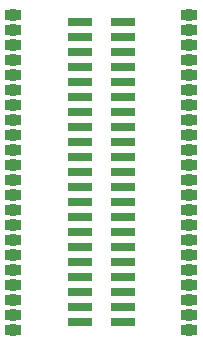
<source format=gbr>
%TF.GenerationSoftware,KiCad,Pcbnew,(6.0.7)*%
%TF.CreationDate,2022-08-07T04:40:04-07:00*%
%TF.ProjectId,SOP44-to-DIP-adapter,534f5034-342d-4746-9f2d-4449502d6164,rev?*%
%TF.SameCoordinates,Original*%
%TF.FileFunction,Soldermask,Top*%
%TF.FilePolarity,Negative*%
%FSLAX46Y46*%
G04 Gerber Fmt 4.6, Leading zero omitted, Abs format (unit mm)*
G04 Created by KiCad (PCBNEW (6.0.7)) date 2022-08-07 04:40:04*
%MOMM*%
%LPD*%
G01*
G04 APERTURE LIST*
G04 Aperture macros list*
%AMFreePoly0*
4,1,43,0.067453,0.524421,0.088820,0.521227,0.211929,0.484410,0.231542,0.475348,0.339368,0.405458,0.352846,0.393700,0.635000,0.393700,0.683980,0.375873,0.710042,0.330732,0.711200,0.317500,0.711200,-0.317500,0.693373,-0.366480,0.648232,-0.392542,0.635000,-0.393700,0.351531,-0.393700,0.345985,-0.399827,0.329361,-0.413629,0.219858,-0.480863,0.200030,-0.489443,0.076059,-0.523242,
0.054619,-0.525912,-0.073855,-0.523557,-0.095181,-0.520103,-0.217831,-0.481785,-0.237332,-0.472484,-0.344297,-0.401282,-0.352777,-0.393700,-0.635000,-0.393700,-0.683980,-0.375873,-0.710042,-0.330732,-0.711200,-0.317500,-0.711200,0.317500,-0.693373,0.366480,-0.648232,0.392542,-0.635000,0.393700,-0.352495,0.393700,-0.350843,0.395571,-0.334389,0.409574,-0.225716,0.478141,-0.205995,0.486962,
-0.082446,0.522273,-0.061040,0.525206,0.067453,0.524421,0.067453,0.524421,$1*%
G04 Aperture macros list end*
%ADD10FreePoly0,180.000000*%
%ADD11R,2.100000X0.750000*%
G04 APERTURE END LIST*
D10*
%TO.C,U1*%
X141359000Y-68335000D03*
X141359000Y-69605000D03*
X141359000Y-70875000D03*
X141359000Y-72145000D03*
X141359000Y-73415000D03*
X141359000Y-74685000D03*
X141359000Y-75955000D03*
X141359000Y-77225000D03*
X141359000Y-78495000D03*
X141359000Y-79765000D03*
X141359000Y-81035000D03*
X141359000Y-82305000D03*
X141359000Y-83575000D03*
X141359000Y-84845000D03*
X141359000Y-86115000D03*
X141359000Y-87385000D03*
X141359000Y-88655000D03*
X141359000Y-89925000D03*
X141359000Y-91195000D03*
X141359000Y-92465000D03*
X141359000Y-93735000D03*
X141359000Y-95005000D03*
X156281500Y-95005000D03*
X156281500Y-93735000D03*
X156281500Y-92465000D03*
X156281500Y-91195000D03*
X156281500Y-89925000D03*
X156281500Y-88655000D03*
X156281500Y-87385000D03*
X156281500Y-86115000D03*
X156281500Y-84845000D03*
X156281500Y-83575000D03*
X156281500Y-82305000D03*
X156281500Y-81035000D03*
X156281500Y-79765000D03*
X156281500Y-78495000D03*
X156281500Y-77225000D03*
X156281500Y-75955000D03*
X156281500Y-74685000D03*
X156281500Y-73415000D03*
X156281500Y-72145000D03*
X156281500Y-70875000D03*
X156281500Y-69605000D03*
X156281500Y-68335000D03*
%TD*%
D11*
%TO.C,J1*%
X147020000Y-68970000D03*
X147020000Y-70240000D03*
X147020000Y-71510000D03*
X147020000Y-72780000D03*
X147020000Y-74050000D03*
X147020000Y-75320000D03*
X147020000Y-76590000D03*
X147020000Y-77860000D03*
X147020000Y-79130000D03*
X147020000Y-80400000D03*
X147020000Y-81670000D03*
X147020000Y-82940000D03*
X147020000Y-84210000D03*
X147020000Y-85480000D03*
X147020000Y-86750000D03*
X147020000Y-88020000D03*
X147020000Y-89290000D03*
X147020000Y-90560000D03*
X147020000Y-91830000D03*
X147020000Y-93100000D03*
X147020000Y-94370000D03*
X150620000Y-94370000D03*
X150620000Y-93100000D03*
X150620000Y-91830000D03*
X150620000Y-90560000D03*
X150620000Y-89290000D03*
X150620000Y-88020000D03*
X150620000Y-86750000D03*
X150620000Y-85480000D03*
X150620000Y-84210000D03*
X150620000Y-82940000D03*
X150620000Y-81670000D03*
X150620000Y-80400000D03*
X150620000Y-79130000D03*
X150620000Y-77860000D03*
X150620000Y-76590000D03*
X150620000Y-75320000D03*
X150620000Y-74050000D03*
X150620000Y-72780000D03*
X150620000Y-71510000D03*
X150620000Y-70240000D03*
X150620000Y-68970000D03*
%TD*%
M02*

</source>
